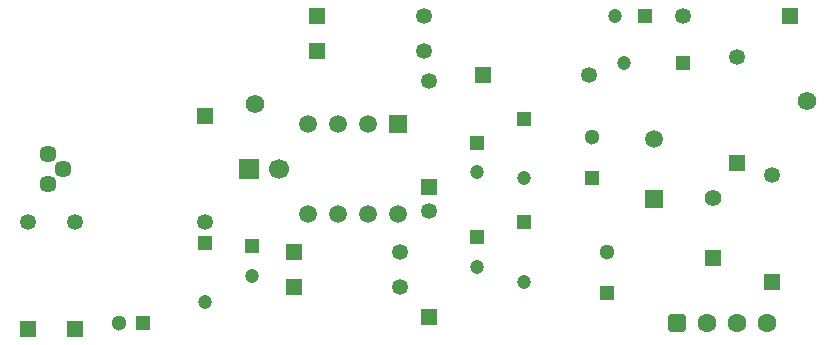
<source format=gbr>
G04*
G04 #@! TF.GenerationSoftware,Altium Limited,Altium Designer,23.5.1 (21)*
G04*
G04 Layer_Color=16711935*
%FSLAX44Y44*%
%MOMM*%
G71*
G04*
G04 #@! TF.SameCoordinates,35B5D5DF-691F-4145-AC45-C5A972FF8827*
G04*
G04*
G04 #@! TF.FilePolarity,Negative*
G04*
G01*
G75*
%ADD16C,1.5700*%
%ADD17R,1.7000X1.7000*%
%ADD18C,1.7000*%
%ADD19R,1.5000X1.5000*%
%ADD20C,1.5000*%
%ADD21R,1.2000X1.2000*%
%ADD22C,1.2000*%
%ADD23C,1.4500*%
%ADD24R,1.3500X1.3500*%
%ADD25C,1.3500*%
%ADD26R,1.4000X1.4000*%
%ADD27C,1.4000*%
%ADD28C,1.3000*%
%ADD29R,1.3000X1.3000*%
%ADD30R,1.3500X1.3500*%
%ADD31R,1.2000X1.2000*%
%ADD32C,1.6000*%
G04:AMPARAMS|DCode=33|XSize=1.6mm|YSize=1.6mm|CornerRadius=0.4mm|HoleSize=0mm|Usage=FLASHONLY|Rotation=0.000|XOffset=0mm|YOffset=0mm|HoleType=Round|Shape=RoundedRectangle|*
%AMROUNDEDRECTD33*
21,1,1.6000,0.8000,0,0,0.0*
21,1,0.8000,1.6000,0,0,0.0*
1,1,0.8000,0.4000,-0.4000*
1,1,0.8000,-0.4000,-0.4000*
1,1,0.8000,-0.4000,0.4000*
1,1,0.8000,0.4000,0.4000*
%
%ADD33ROUNDEDRECTD33*%
%ADD34R,1.3000X1.3000*%
D16*
X242500Y215000D02*
D03*
X710000Y217500D02*
D03*
D17*
X237300Y160000D02*
D03*
D18*
X262700D02*
D03*
D19*
X580000Y134500D02*
D03*
X363100Y198100D02*
D03*
D20*
X580000Y185500D02*
D03*
X286900Y121900D02*
D03*
X312300D02*
D03*
X337700D02*
D03*
X363100D02*
D03*
X286900Y198100D02*
D03*
X312300D02*
D03*
X337700D02*
D03*
D21*
X240000Y95000D02*
D03*
X430000Y182500D02*
D03*
Y102500D02*
D03*
X200000Y97500D02*
D03*
X470000Y202500D02*
D03*
Y115000D02*
D03*
D22*
X240000Y70000D02*
D03*
X430000Y157500D02*
D03*
Y77500D02*
D03*
X200000Y47500D02*
D03*
X547500Y290000D02*
D03*
X555000Y250000D02*
D03*
X470000Y152500D02*
D03*
Y65000D02*
D03*
D23*
X67206Y147300D02*
D03*
X79906Y160000D02*
D03*
X67206Y172700D02*
D03*
D24*
X200000Y205000D02*
D03*
X50000Y25000D02*
D03*
X90000D02*
D03*
X650000Y165000D02*
D03*
X680000Y65000D02*
D03*
X390000Y35000D02*
D03*
Y145000D02*
D03*
D25*
X200000Y115000D02*
D03*
X50000Y115000D02*
D03*
X90000D02*
D03*
X365000Y60000D02*
D03*
Y90000D02*
D03*
X605000Y290000D02*
D03*
X650000Y255000D02*
D03*
X680000Y155000D02*
D03*
X525000Y240000D02*
D03*
X390000Y125000D02*
D03*
Y235000D02*
D03*
X385000Y290000D02*
D03*
Y260000D02*
D03*
D26*
X630000Y84600D02*
D03*
D27*
Y135400D02*
D03*
D28*
X127500Y30000D02*
D03*
X540000Y90000D02*
D03*
X527500Y187500D02*
D03*
D29*
X147500Y30000D02*
D03*
D30*
X275000Y60000D02*
D03*
Y90000D02*
D03*
X695000Y290000D02*
D03*
X435000Y240000D02*
D03*
X295000Y290000D02*
D03*
Y260000D02*
D03*
D31*
X572500Y290000D02*
D03*
X605000Y250000D02*
D03*
D32*
X624600Y30000D02*
D03*
X650000D02*
D03*
X675400D02*
D03*
D33*
X599200D02*
D03*
D34*
X540000Y55000D02*
D03*
X527500Y152500D02*
D03*
M02*

</source>
